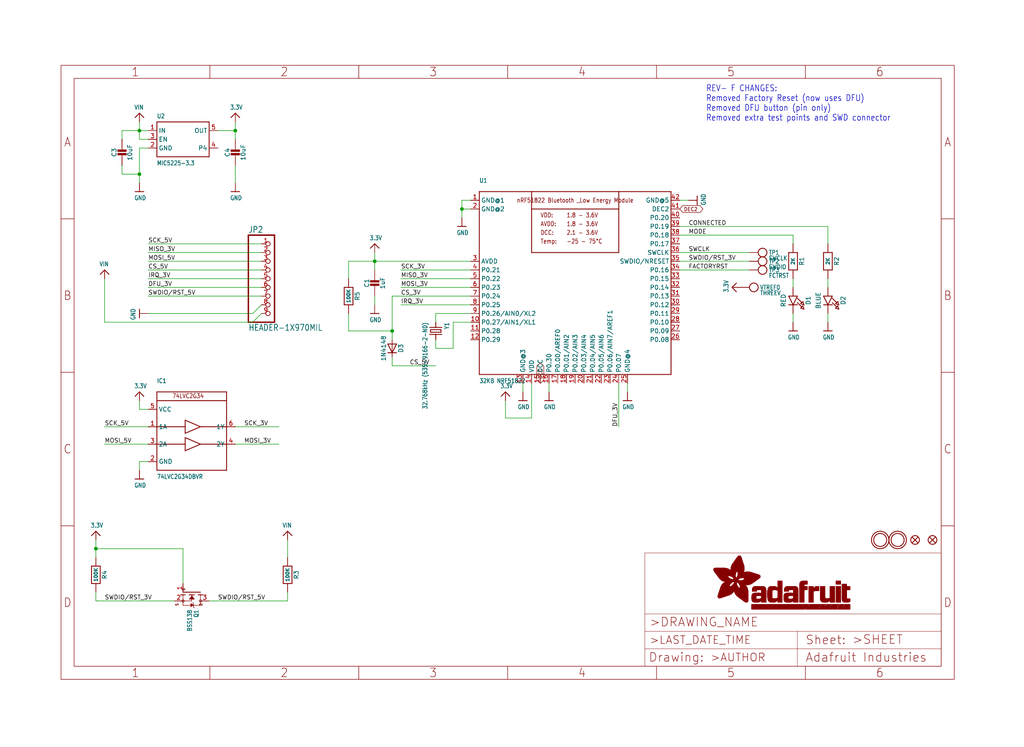
<source format=kicad_sch>
(kicad_sch (version 20211123) (generator eeschema)
  (paper "User" 298.45 217.881)
  (lib_symbols
    (symbol "eagleSchem-eagle-import:3.3V" (power)
      (property "Value" "3.3V" (at -1.524 1.016 0))
      (symbol "3.3V_1_0"
        (pin power_in line (at 0 -2.54 90) (length 2.54) (name "3.3V") (number "1"))
      )
    )
    (symbol "eagleSchem-eagle-import:74LVC2G34DBVR"
      (property "Reference" "IC" (at -7.62 15.24 0))
      (property "Value" "74LVC2G34DBVR" (at -7.62 -12.7 0))
      (symbol "74LVC2G34DBVR_1_0"
        (text "74LVC2G34" (at -3.175 10.795 0) (effects (font (size 1.27 1.0795)) (justify left bottom)))
        (pin input line (at -10.16 2.54 0) (length 2.54) (name "1A") (number "1"))
        (pin power_in line (at -10.16 -7.62 0) (length 2.54) (name "GND") (number "2"))
        (pin input line (at -10.16 -2.54 0) (length 2.54) (name "2A") (number "3"))
        (pin output line (at 15.24 -2.54 180) (length 2.54) (name "2Y") (number "4"))
        (pin power_in line (at -10.16 7.62 0) (length 2.54) (name "VCC") (number "5"))
        (pin output line (at 15.24 2.54 180) (length 2.54) (name "1Y") (number "6"))
      )
    )
    (symbol "eagleSchem-eagle-import:CAP_CERAMIC0805-NOOUTLINE"
      (property "Reference" "C" (at -2.29 1.25 90))
      (property "Value" "CAP_CERAMIC0805-NOOUTLINE" (at 2.3 1.25 90))
      (symbol "CAP_CERAMIC0805-NOOUTLINE_1_0"
        (pin passive line (at 0 5.08 270) (length 2.54) (name "1") (number "1"))
        (pin passive line (at 0 -2.54 90) (length 2.54) (name "2") (number "2"))
      )
    )
    (symbol "eagleSchem-eagle-import:CAP_CERAMIC0805_10MGAP"
      (property "Reference" "C" (at -2.29 1.25 90))
      (property "Value" "CAP_CERAMIC0805_10MGAP" (at 2.3 1.25 90))
      (symbol "CAP_CERAMIC0805_10MGAP_1_0"
        (pin passive line (at 0 5.08 270) (length 2.54) (name "1") (number "1"))
        (pin passive line (at 0 -2.54 90) (length 2.54) (name "2") (number "2"))
      )
    )
    (symbol "eagleSchem-eagle-import:CRYSTAL2.0X6.0_32.768"
      (property "Reference" "Y" (at -2.54 2.54 0))
      (property "Value" "CRYSTAL2.0X6.0_32.768" (at -2.54 -3.81 0))
      (symbol "CRYSTAL2.0X6.0_32.768_1_0"
        (pin passive line (at -2.54 0 0) (length 0) (name "1") (number "1"))
        (pin passive line (at 2.54 0 180) (length 0) (name "2") (number "2"))
      )
    )
    (symbol "eagleSchem-eagle-import:DIODESOD-323"
      (property "Reference" "D" (at 0 2.54 0))
      (property "Value" "DIODESOD-323" (at 0 -2.5 0))
      (symbol "DIODESOD-323_1_0"
        (pin passive line (at -2.54 0 0) (length 2.54) (name "A") (number "A"))
        (pin passive line (at 2.54 0 180) (length 2.54) (name "C") (number "C"))
      )
    )
    (symbol "eagleSchem-eagle-import:FIDUCIAL{dblquote}{dblquote}")
    (symbol "eagleSchem-eagle-import:FRAME_A4_ADAFRUIT"
      (symbol "FRAME_A4_ADAFRUIT_1_0"
        (text "1" (at 21.6958 1.905 0) (effects (font (size 2.54 2.286))))
        (text "1" (at 21.6958 177.165 0) (effects (font (size 2.54 2.286))))
        (text "2" (at 65.0875 1.905 0) (effects (font (size 2.54 2.286))))
        (text "2" (at 65.0875 177.165 0) (effects (font (size 2.54 2.286))))
        (text "3" (at 108.4792 1.905 0) (effects (font (size 2.54 2.286))))
        (text "3" (at 108.4792 177.165 0) (effects (font (size 2.54 2.286))))
        (text "4" (at 151.8708 1.905 0) (effects (font (size 2.54 2.286))))
        (text "4" (at 151.8708 177.165 0) (effects (font (size 2.54 2.286))))
        (text "5" (at 195.2625 1.905 0) (effects (font (size 2.54 2.286))))
        (text "5" (at 195.2625 177.165 0) (effects (font (size 2.54 2.286))))
        (text "6" (at 238.6542 1.905 0) (effects (font (size 2.54 2.286))))
        (text "6" (at 238.6542 177.165 0) (effects (font (size 2.54 2.286))))
        (text ">AUTHOR" (at 189.23 5.08 0) (effects (font (size 2.286 2.286)) (justify left bottom)))
        (text ">DRAWING_NAME" (at 171.45 15.24 0) (effects (font (size 2.54 2.54)) (justify left bottom)))
        (text ">LAST_DATE_TIME" (at 171.45 10.16 0) (effects (font (size 2.286 2.286)) (justify left bottom)))
        (text ">SHEET" (at 230.505 10.16 0) (effects (font (size 2.54 2.54)) (justify left bottom)))
        (text "A" (at 1.905 156.6863 0) (effects (font (size 2.54 2.286))))
        (text "A" (at 258.445 156.6863 0) (effects (font (size 2.54 2.286))))
        (text "Adafruit Industries" (at 216.916 4.953 0) (effects (font (size 2.54 2.54)) (justify left bottom)))
        (text "B" (at 1.905 111.9188 0) (effects (font (size 2.54 2.286))))
        (text "B" (at 258.445 111.9188 0) (effects (font (size 2.54 2.286))))
        (text "C" (at 1.905 67.1513 0) (effects (font (size 2.54 2.286))))
        (text "C" (at 258.445 67.1513 0) (effects (font (size 2.54 2.286))))
        (text "D" (at 1.905 22.3838 0) (effects (font (size 2.54 2.286))))
        (text "D" (at 258.445 22.3838 0) (effects (font (size 2.54 2.286))))
        (text "Drawing:" (at 171.196 4.953 0) (effects (font (size 2.54 2.54)) (justify left bottom)))
        (text "Sheet:" (at 216.916 10.033 0) (effects (font (size 2.54 2.54)) (justify left bottom)))
      )
    )
    (symbol "eagleSchem-eagle-import:GND" (power)
      (property "Value" "GND" (at -1.524 -2.54 0))
      (symbol "GND_1_0"
        (pin power_in line (at 0 2.54 270) (length 2.54) (name "GND") (number "1"))
      )
    )
    (symbol "eagleSchem-eagle-import:HEADER-1X970MIL"
      (property "Reference" "JP" (at -6.35 13.335 0))
      (property "Value" "HEADER-1X970MIL" (at -6.35 -15.24 0))
      (symbol "HEADER-1X970MIL_1_0"
        (pin passive inverted (at -2.54 10.16 0) (length 2.54) (name "1") (number "1"))
        (pin passive inverted (at -2.54 7.62 0) (length 2.54) (name "2") (number "2"))
        (pin passive inverted (at -2.54 5.08 0) (length 2.54) (name "3") (number "3"))
        (pin passive inverted (at -2.54 2.54 0) (length 2.54) (name "4") (number "4"))
        (pin passive inverted (at -2.54 0 0) (length 2.54) (name "5") (number "5"))
        (pin passive inverted (at -2.54 -2.54 0) (length 2.54) (name "6") (number "6"))
        (pin passive inverted (at -2.54 -5.08 0) (length 2.54) (name "7") (number "7"))
        (pin passive inverted (at -2.54 -7.62 0) (length 2.54) (name "8") (number "8"))
        (pin passive inverted (at -2.54 -10.16 0) (length 2.54) (name "9") (number "9"))
      )
    )
    (symbol "eagleSchem-eagle-import:LED0805_NOOUTLINE"
      (property "Reference" "D" (at -1.27 4.445 0))
      (property "Value" "LED0805_NOOUTLINE" (at -1.27 -2.794 0))
      (symbol "LED0805_NOOUTLINE_1_0"
        (pin passive line (at -5.08 0 0) (length 2.54) (name "A") (number "A"))
        (pin passive line (at 2.54 0 180) (length 2.54) (name "C") (number "C"))
      )
    )
    (symbol "eagleSchem-eagle-import:MOSFET-NWIDE"
      (property "Reference" "Q" (at 5.08 0.635 0))
      (property "Value" "MOSFET-NWIDE" (at 5.08 -1.27 0))
      (symbol "MOSFET-NWIDE_1_0"
        (text "D" (at 3.175 3.175 0) (effects (font (size 0.8128 0.6908)) (justify left bottom)))
        (text "G" (at -1.27 -1.905 0) (effects (font (size 0.8128 0.6908)) (justify left bottom)))
        (text "S" (at 3.175 -3.81 0) (effects (font (size 0.8128 0.6908)) (justify left bottom)))
        (pin bidirectional line (at -2.54 -2.54 0) (length 2.54) (name "G") (number "1"))
        (pin bidirectional line (at 2.54 -5.08 90) (length 2.54) (name "S") (number "2"))
        (pin bidirectional line (at 2.54 5.08 270) (length 2.54) (name "D") (number "3"))
      )
    )
    (symbol "eagleSchem-eagle-import:MOUNTINGHOLE2.5")
    (symbol "eagleSchem-eagle-import:NRF51822_MODULE_MDBT40"
      (property "Reference" "U" (at -27.94 27.94 0))
      (property "Value" "NRF51822_MODULE_MDBT40" (at -27.94 -30.48 0))
      (symbol "NRF51822_MODULE_MDBT40_1_0"
        (text "-25 - 75°C" (at -2.54 10.16 0) (effects (font (size 1.27 1.0795)) (justify left bottom)))
        (text "1.8 - 3.6V" (at -2.54 15.24 0) (effects (font (size 1.27 1.0795)) (justify left bottom)))
        (text "1.8 - 3.6V" (at -2.54 17.78 0) (effects (font (size 1.27 1.0795)) (justify left bottom)))
        (text "2.1 - 3.6V" (at -2.54 12.7 0) (effects (font (size 1.27 1.0795)) (justify left bottom)))
        (text "AVDD:" (at -10.16 15.24 0) (effects (font (size 1.27 1.0795)) (justify left bottom)))
        (text "DCC:" (at -10.16 12.7 0) (effects (font (size 1.27 1.0795)) (justify left bottom)))
        (text "nRF51822 Bluetooth _Low Energy Module" (at 0 22.86 0) (effects (font (size 1.27 1.0795))))
        (text "Temp:" (at -10.16 10.16 0) (effects (font (size 1.27 1.0795)) (justify left bottom)))
        (text "VDD:" (at -10.16 17.78 0) (effects (font (size 1.27 1.0795)) (justify left bottom)))
        (pin power_in line (at -30.48 22.86 0) (length 2.54) (name "GND@1") (number "1"))
        (pin bidirectional line (at -30.48 -12.7 0) (length 2.54) (name "P0.27/AIN1/XL1") (number "10"))
        (pin bidirectional line (at -30.48 -15.24 0) (length 2.54) (name "P0.28") (number "11"))
        (pin bidirectional line (at -30.48 -17.78 0) (length 2.54) (name "P0.29") (number "12"))
        (pin power_in line (at -15.24 -30.48 90) (length 2.54) (name "GND@3") (number "13"))
        (pin power_in line (at -12.7 -30.48 90) (length 2.54) (name "VDD") (number "14"))
        (pin power_in line (at -10.16 -30.48 90) (length 2.54) (name "DCC") (number "15"))
        (pin bidirectional line (at -7.62 -30.48 90) (length 2.54) (name "P0.30") (number "16"))
        (pin bidirectional line (at -5.08 -30.48 90) (length 2.54) (name "P0.00/AREF0") (number "17"))
        (pin bidirectional line (at -2.54 -30.48 90) (length 2.54) (name "P0.01/AIN2") (number "18"))
        (pin bidirectional line (at 0 -30.48 90) (length 2.54) (name "P0.02/AIN3") (number "19"))
        (pin power_in line (at -30.48 20.32 0) (length 2.54) (name "GND@2") (number "2"))
        (pin bidirectional line (at 2.54 -30.48 90) (length 2.54) (name "P0.03/AIN4") (number "20"))
        (pin bidirectional line (at 5.08 -30.48 90) (length 2.54) (name "P0.04/AIN5") (number "21"))
        (pin bidirectional line (at 7.62 -30.48 90) (length 2.54) (name "P0.05/AIN6") (number "22"))
        (pin bidirectional line (at 10.16 -30.48 90) (length 2.54) (name "P0.06/AIN7/AREF1") (number "23"))
        (pin bidirectional line (at 12.7 -30.48 90) (length 2.54) (name "P0.07") (number "24"))
        (pin power_in line (at 15.24 -30.48 90) (length 2.54) (name "GND@4") (number "25"))
        (pin bidirectional line (at 30.48 -17.78 180) (length 2.54) (name "P0.08") (number "26"))
        (pin bidirectional line (at 30.48 -15.24 180) (length 2.54) (name "P0.09") (number "27"))
        (pin bidirectional line (at 30.48 -12.7 180) (length 2.54) (name "P0.10") (number "28"))
        (pin bidirectional line (at 30.48 -10.16 180) (length 2.54) (name "P0.11") (number "29"))
        (pin power_in line (at -30.48 5.08 0) (length 2.54) (name "AVDD") (number "3"))
        (pin bidirectional line (at 30.48 -7.62 180) (length 2.54) (name "P0.12") (number "30"))
        (pin bidirectional line (at 30.48 -5.08 180) (length 2.54) (name "P0.13") (number "31"))
        (pin bidirectional line (at 30.48 -2.54 180) (length 2.54) (name "P0.14") (number "32"))
        (pin bidirectional line (at 30.48 0 180) (length 2.54) (name "P0.15") (number "33"))
        (pin bidirectional line (at 30.48 2.54 180) (length 2.54) (name "P0.16") (number "34"))
        (pin bidirectional line (at 30.48 5.08 180) (length 2.54) (name "SWDIO/NRESET") (number "35"))
        (pin bidirectional line (at 30.48 7.62 180) (length 2.54) (name "SWCLK") (number "36"))
        (pin bidirectional line (at 30.48 10.16 180) (length 2.54) (name "P0.17") (number "37"))
        (pin bidirectional line (at 30.48 12.7 180) (length 2.54) (name "P0.18") (number "38"))
        (pin bidirectional line (at 30.48 15.24 180) (length 2.54) (name "P0.19") (number "39"))
        (pin bidirectional line (at -30.48 2.54 0) (length 2.54) (name "P0.21") (number "4"))
        (pin bidirectional line (at 30.48 17.78 180) (length 2.54) (name "P0.20") (number "40"))
        (pin power_in line (at 30.48 20.32 180) (length 2.54) (name "DEC2") (number "41"))
        (pin power_in line (at 30.48 22.86 180) (length 2.54) (name "GND@5") (number "42"))
        (pin bidirectional line (at -30.48 0 0) (length 2.54) (name "P0.22") (number "5"))
        (pin bidirectional line (at -30.48 -2.54 0) (length 2.54) (name "P0.23") (number "6"))
        (pin bidirectional line (at -30.48 -5.08 0) (length 2.54) (name "P0.24") (number "7"))
        (pin bidirectional line (at -30.48 -7.62 0) (length 2.54) (name "P0.25") (number "8"))
        (pin bidirectional line (at -30.48 -10.16 0) (length 2.54) (name "P0.26/AIN0/XL2") (number "9"))
      )
    )
    (symbol "eagleSchem-eagle-import:RESISTOR0805_NOOUTLINE"
      (property "Reference" "R" (at 0 2.54 0))
      (property "Value" "RESISTOR0805_NOOUTLINE" (at 0 0 0))
      (symbol "RESISTOR0805_NOOUTLINE_1_0"
        (pin passive line (at -5.08 0 0) (length 2.54) (name "1") (number "1"))
        (pin passive line (at 5.08 0 180) (length 2.54) (name "2") (number "2"))
      )
    )
    (symbol "eagleSchem-eagle-import:RESISTOR_0805MP"
      (property "Reference" "R" (at 0 2.54 0))
      (property "Value" "RESISTOR_0805MP" (at 0 0 0))
      (symbol "RESISTOR_0805MP_1_0"
        (pin passive line (at -5.08 0 0) (length 2.54) (name "1") (number "1"))
        (pin passive line (at 5.08 0 180) (length 2.54) (name "2") (number "2"))
      )
    )
    (symbol "eagleSchem-eagle-import:TESTPOINT1.5X2.0MM_NOCREAM"
      (property "Reference" "TP" (at 0 5.588 90))
      (property "Value" "TESTPOINT1.5X2.0MM_NOCREAM" (at 1.651 5.588 90))
      (symbol "TESTPOINT1.5X2.0MM_NOCREAM_1_0"
        (pin bidirectional line (at 0 0 90) (length 2.54) (name "P$1") (number "P$1"))
      )
    )
    (symbol "eagleSchem-eagle-import:VIN" (power)
      (property "Value" "VIN" (at -1.524 1.016 0))
      (symbol "VIN_1_0"
        (pin power_in line (at 0 -2.54 90) (length 2.54) (name "VIN") (number "1"))
      )
    )
    (symbol "eagleSchem-eagle-import:VREG_SOT23-5"
      (property "Reference" "U" (at -7.62 6.096 0))
      (property "Value" "VREG_SOT23-5" (at -7.62 -7.62 0))
      (symbol "VREG_SOT23-5_1_0"
        (pin power_in line (at -10.16 2.54 0) (length 2.54) (name "IN") (number "1"))
        (pin power_in line (at -10.16 -2.54 0) (length 2.54) (name "GND") (number "2"))
        (pin input line (at -10.16 0 0) (length 2.54) (name "EN") (number "3"))
        (pin bidirectional line (at 10.16 -2.54 180) (length 2.54) (name "P4") (number "4"))
        (pin power_in line (at 10.16 2.54 180) (length 2.54) (name "OUT") (number "5"))
      )
    )
  )
  (junction (at 27.94 160.02))
  (junction (at 40.64 38.1))
  (junction (at 40.64 50.8))
  (junction (at 109.22 76.2))
  (junction (at 68.58 38.1))
  (junction (at 134.62 60.96))
  (junction (at 114.3 96.52))
  (wire (pts (xy 241.3 91.44) (xy 241.3 93.98)))
  (wire (pts (xy 127 99.06) (xy 127 101.6)))
  (wire (pts (xy 241.3 81.28) (xy 241.3 83.82)))
  (wire (pts (xy 43.18 71.12) (xy 76.2 71.12)))
  (wire (pts (xy 147.32 121.92) (xy 147.32 116.84)))
  (wire (pts (xy 83.82 162.56) (xy 83.82 157.48)))
  (wire (pts (xy 198.12 78.74) (xy 218.44 78.74)))
  (wire (pts (xy 68.58 38.1) (xy 68.58 40.64)))
  (wire (pts (xy 154.94 111.76) (xy 154.94 121.92)))
  (wire (pts (xy 180.34 111.76) (xy 180.34 124.46)))
  (wire (pts (xy 231.14 68.58) (xy 231.14 71.12)))
  (wire (pts (xy 114.3 106.68) (xy 127 106.68)))
  (wire (pts (xy 43.18 134.62) (xy 40.64 134.62)))
  (wire (pts (xy 68.58 129.54) (xy 81.28 129.54)))
  (wire (pts (xy 132.08 93.98) (xy 137.16 93.98)))
  (wire (pts (xy 53.34 160.02) (xy 27.94 160.02)))
  (wire (pts (xy 231.14 81.28) (xy 231.14 83.82)))
  (wire (pts (xy 40.64 50.8) (xy 35.56 50.8)))
  (wire (pts (xy 73.66 91.44) (xy 76.2 88.9)))
  (wire (pts (xy 101.6 96.52) (xy 114.3 96.52)))
  (wire (pts (xy 101.6 91.44) (xy 101.6 96.52)))
  (wire (pts (xy 109.22 86.36) (xy 109.22 88.9)))
  (wire (pts (xy 40.64 38.1) (xy 40.64 35.56)))
  (wire (pts (xy 198.12 68.58) (xy 231.14 68.58)))
  (wire (pts (xy 27.94 175.26) (xy 27.94 172.72)))
  (wire (pts (xy 198.12 58.42) (xy 200.66 58.42)))
  (wire (pts (xy 35.56 50.8) (xy 35.56 48.26)))
  (wire (pts (xy 116.84 81.28) (xy 137.16 81.28)))
  (wire (pts (xy 43.18 73.66) (xy 76.2 73.66)))
  (wire (pts (xy 43.18 86.36) (xy 76.2 86.36)))
  (wire (pts (xy 30.48 129.54) (xy 43.18 129.54)))
  (wire (pts (xy 116.84 83.82) (xy 137.16 83.82)))
  (wire (pts (xy 27.94 160.02) (xy 27.94 157.48)))
  (wire (pts (xy 127 101.6) (xy 132.08 101.6)))
  (wire (pts (xy 68.58 38.1) (xy 68.58 35.56)))
  (wire (pts (xy 160.02 111.76) (xy 160.02 114.3)))
  (wire (pts (xy 63.5 38.1) (xy 68.58 38.1)))
  (wire (pts (xy 43.18 81.28) (xy 76.2 81.28)))
  (wire (pts (xy 137.16 91.44) (xy 127 91.44)))
  (wire (pts (xy 30.48 93.98) (xy 30.48 81.28)))
  (wire (pts (xy 116.84 88.9) (xy 137.16 88.9)))
  (wire (pts (xy 198.12 76.2) (xy 218.44 76.2)))
  (wire (pts (xy 114.3 86.36) (xy 137.16 86.36)))
  (wire (pts (xy 30.48 124.46) (xy 43.18 124.46)))
  (wire (pts (xy 40.64 134.62) (xy 40.64 137.16)))
  (wire (pts (xy 114.3 86.36) (xy 114.3 96.52)))
  (wire (pts (xy 132.08 101.6) (xy 132.08 93.98)))
  (wire (pts (xy 68.58 48.26) (xy 68.58 53.34)))
  (wire (pts (xy 231.14 91.44) (xy 231.14 93.98)))
  (wire (pts (xy 154.94 121.92) (xy 147.32 121.92)))
  (wire (pts (xy 27.94 162.56) (xy 27.94 160.02)))
  (wire (pts (xy 43.18 76.2) (xy 76.2 76.2)))
  (wire (pts (xy 43.18 119.38) (xy 40.64 119.38)))
  (wire (pts (xy 198.12 73.66) (xy 218.44 73.66)))
  (wire (pts (xy 53.34 170.18) (xy 53.34 160.02)))
  (wire (pts (xy 127 91.44) (xy 127 93.98)))
  (wire (pts (xy 40.64 43.18) (xy 40.64 50.8)))
  (wire (pts (xy 43.18 78.74) (xy 76.2 78.74)))
  (wire (pts (xy 137.16 60.96) (xy 134.62 60.96)))
  (wire (pts (xy 43.18 38.1) (xy 40.64 38.1)))
  (wire (pts (xy 109.22 76.2) (xy 101.6 76.2)))
  (wire (pts (xy 109.22 76.2) (xy 109.22 78.74)))
  (wire (pts (xy 40.64 119.38) (xy 40.64 116.84)))
  (wire (pts (xy 40.64 40.64) (xy 40.64 38.1)))
  (wire (pts (xy 101.6 76.2) (xy 101.6 81.28)))
  (wire (pts (xy 134.62 58.42) (xy 134.62 60.96)))
  (wire (pts (xy 109.22 76.2) (xy 109.22 73.66)))
  (wire (pts (xy 241.3 66.04) (xy 241.3 71.12)))
  (wire (pts (xy 73.66 93.98) (xy 30.48 93.98)))
  (wire (pts (xy 137.16 76.2) (xy 109.22 76.2)))
  (wire (pts (xy 134.62 60.96) (xy 134.62 63.5)))
  (wire (pts (xy 40.64 50.8) (xy 40.64 53.34)))
  (wire (pts (xy 76.2 83.82) (xy 43.18 83.82)))
  (wire (pts (xy 114.3 96.52) (xy 114.3 99.06)))
  (wire (pts (xy 68.58 124.46) (xy 81.28 124.46)))
  (wire (pts (xy 27.94 175.26) (xy 50.8 175.26)))
  (wire (pts (xy 40.64 38.1) (xy 35.56 38.1)))
  (wire (pts (xy 116.84 78.74) (xy 137.16 78.74)))
  (wire (pts (xy 198.12 66.04) (xy 241.3 66.04)))
  (wire (pts (xy 43.18 91.44) (xy 73.66 91.44)))
  (wire (pts (xy 182.88 111.76) (xy 182.88 114.3)))
  (wire (pts (xy 152.4 111.76) (xy 152.4 114.3)))
  (wire (pts (xy 43.18 43.18) (xy 40.64 43.18)))
  (wire (pts (xy 35.56 38.1) (xy 35.56 40.64)))
  (wire (pts (xy 83.82 172.72) (xy 83.82 175.26)))
  (wire (pts (xy 43.18 40.64) (xy 40.64 40.64)))
  (wire (pts (xy 60.96 175.26) (xy 83.82 175.26)))
  (wire (pts (xy 137.16 58.42) (xy 134.62 58.42)))
  (wire (pts (xy 114.3 106.68) (xy 114.3 104.14)))
  (wire (pts (xy 73.66 93.98) (xy 76.2 91.44)))
  (text "REV- F CHANGES:\nRemoved Factory Reset (now uses DFU)\nRemoved DFU button (pin only)\nRemoved extra test points and SWD connector" (at 205.74 35.56 180) (effects (font (size 1.778 1.5113)) (justify left bottom)))
  (label "SCK_5V" (at 43.18 71.12 0) (effects (font (size 1.2446 1.2446))))
  (label "FACTORYRST" (at 200.66 78.74 0) (effects (font (size 1.2446 1.2446))))
  (label "MOSI_5V" (at 30.48 129.54 0) (effects (font (size 1.2446 1.2446))))
  (label "MOSI_5V" (at 43.18 76.2 0) (effects (font (size 1.2446 1.2446))))
  (label "IRQ_3V" (at 43.18 81.28 0) (effects (font (size 1.2446 1.2446))))
  (label "MODE" (at 200.66 68.58 0) (effects (font (size 1.2446 1.2446))))
  (label "MISO_3V" (at 116.84 81.28 0) (effects (font (size 1.2446 1.2446))))
  (label "DFU_3V" (at 180.34 124.46 90) (effects (font (size 1.2446 1.2446))))
  (label "SWDIO/RST_3V" (at 200.66 76.2 0) (effects (font (size 1.2446 1.2446))))
  (label "SCK_3V" (at 71.12 124.46 0) (effects (font (size 1.2446 1.2446))))
  (label "SWCLK" (at 200.66 73.66 0) (effects (font (size 1.2446 1.2446))))
  (label "CS_5V" (at 119.38 106.68 0) (effects (font (size 1.2446 1.2446))))
  (label "IRQ_3V" (at 116.84 88.9 0) (effects (font (size 1.2446 1.2446))))
  (label "SWDIO/RST_5V" (at 63.5 175.26 0) (effects (font (size 1.2446 1.2446))))
  (label "SCK_5V" (at 30.48 124.46 0) (effects (font (size 1.2446 1.2446))))
  (label "MOSI_3V" (at 71.12 129.54 0) (effects (font (size 1.2446 1.2446))))
  (label "MISO_3V" (at 43.18 73.66 0) (effects (font (size 1.2446 1.2446))))
  (label "MOSI_3V" (at 116.84 83.82 0) (effects (font (size 1.2446 1.2446))))
  (label "DFU_3V" (at 43.18 83.82 0) (effects (font (size 1.2446 1.2446))))
  (label "CS_3V" (at 116.84 86.36 0) (effects (font (size 1.2446 1.2446))))
  (label "SCK_3V" (at 116.84 78.74 0) (effects (font (size 1.2446 1.2446))))
  (label "SWDIO/RST_5V" (at 43.18 86.36 0) (effects (font (size 1.2446 1.2446))))
  (label "CS_5V" (at 43.18 78.74 0) (effects (font (size 1.2446 1.2446))))
  (label "SWDIO/RST_3V" (at 30.48 175.26 0) (effects (font (size 1.2446 1.2446))))
  (label "CONNECTED" (at 200.66 66.04 0) (effects (font (size 1.2446 1.2446))))
  (global_label "DCC" (shape bidirectional) (at 157.48 111.76 90) (effects (font (size 1.016 1.016))) (property "Intersheet References" "${INTERSHEET_REFS}" (effects hide)))
  (global_label "DEC2" (shape bidirectional) (at 198.12 60.96 0) (effects (font (size 1.016 1.016))) (property "Intersheet References" "${INTERSHEET_REFS}" (effects hide)))
  (symbol (lib_id "eagleSchem-eagle-import:RESISTOR_0805MP") (at 241.3 76.2 270) (unit 1)
    (property "Reference" "R2" (at 243.84 76.2 0))
    (property "Value" "2K" (at 241.3 76.2 0) (effects (font (size 1.016 1.016) bold)))
    (property "Footprint" "eagleSchem:_0805MP" (effects hide))
  )
  (symbol (lib_id "eagleSchem-eagle-import:GND") (at 109.22 91.44 0) (unit 1)
    (property "Reference" "#U$15" (effects hide))
    (property "Value" "GND" (at 107.696 93.98 0) (effects (font (size 1.27 1.0795)) (justify left bottom)))
    (property "Footprint" "eagleSchem:" (effects hide))
  )
  (symbol (lib_id "eagleSchem-eagle-import:FIDUCIAL{dblquote}{dblquote}") (at 266.7 157.48 0) (unit 1)
    (property "Reference" "FID3" (effects hide))
    (property "Value" "FIDUCIAL{dblquote}{dblquote}" (effects hide))
    (property "Footprint" "eagleSchem:FIDUCIAL_1MM" (effects hide))
  )
  (symbol (lib_id "eagleSchem-eagle-import:3.3V") (at 213.36 83.82 90) (unit 1)
    (property "Reference" "#U$4" (effects hide))
    (property "Value" "3.3V" (at 212.344 85.344 0) (effects (font (size 1.27 1.0795)) (justify left bottom)))
    (property "Footprint" "eagleSchem:" (effects hide))
  )
  (symbol (lib_id "eagleSchem-eagle-import:VREG_SOT23-5") (at 53.34 40.64 0) (unit 1)
    (property "Reference" "U2" (at 45.72 34.544 0) (effects (font (size 1.27 1.0795)) (justify left bottom)))
    (property "Value" "MIC5225-3.3" (at 45.72 48.26 0) (effects (font (size 1.27 1.0795)) (justify left bottom)))
    (property "Footprint" "eagleSchem:SOT23-5" (effects hide))
  )
  (symbol (lib_id "eagleSchem-eagle-import:3.3V") (at 27.94 154.94 0) (unit 1)
    (property "Reference" "#U$31" (effects hide))
    (property "Value" "3.3V" (at 26.416 153.924 0) (effects (font (size 1.27 1.0795)) (justify left bottom)))
    (property "Footprint" "eagleSchem:" (effects hide))
  )
  (symbol (lib_id "eagleSchem-eagle-import:HEADER-1X970MIL") (at 78.74 81.28 0) (unit 1)
    (property "Reference" "JP2" (at 72.39 67.945 0) (effects (font (size 1.778 1.5113)) (justify left bottom)))
    (property "Value" "HEADER-1X970MIL" (at 72.39 96.52 0) (effects (font (size 1.778 1.5113)) (justify left bottom)))
    (property "Footprint" "eagleSchem:1X09_ROUND_70" (effects hide))
  )
  (symbol (lib_id "eagleSchem-eagle-import:GND") (at 182.88 116.84 0) (unit 1)
    (property "Reference" "#U$10" (effects hide))
    (property "Value" "GND" (at 181.356 119.38 0) (effects (font (size 1.27 1.0795)) (justify left bottom)))
    (property "Footprint" "eagleSchem:" (effects hide))
  )
  (symbol (lib_id "eagleSchem-eagle-import:TESTPOINT1.5X2.0MM_NOCREAM") (at 218.44 73.66 270) (unit 1)
    (property "Reference" "TP1" (at 224.028 73.66 90) (effects (font (size 1.27 1.0795)) (justify left)))
    (property "Value" "SWCLK" (at 224.028 75.311 90) (effects (font (size 1.27 1.0795)) (justify left)))
    (property "Footprint" "eagleSchem:PAD-1.5X2.0" (effects hide))
  )
  (symbol (lib_id "eagleSchem-eagle-import:GND") (at 160.02 116.84 0) (unit 1)
    (property "Reference" "#U$8" (effects hide))
    (property "Value" "GND" (at 158.496 119.38 0) (effects (font (size 1.27 1.0795)) (justify left bottom)))
    (property "Footprint" "eagleSchem:" (effects hide))
  )
  (symbol (lib_id "eagleSchem-eagle-import:RESISTOR_0805MP") (at 101.6 86.36 270) (unit 1)
    (property "Reference" "R5" (at 104.14 86.36 0))
    (property "Value" "100K" (at 101.6 86.36 0) (effects (font (size 1.016 1.016) bold)))
    (property "Footprint" "eagleSchem:_0805MP" (effects hide))
  )
  (symbol (lib_id "eagleSchem-eagle-import:CAP_CERAMIC0805-NOOUTLINE") (at 35.56 45.72 0) (unit 1)
    (property "Reference" "C3" (at 33.27 44.47 90))
    (property "Value" "10uF" (at 37.86 44.47 90))
    (property "Footprint" "eagleSchem:0805-NO" (effects hide))
  )
  (symbol (lib_id "eagleSchem-eagle-import:MOUNTINGHOLE2.5") (at 261.62 157.48 0) (unit 1)
    (property "Reference" "U$28" (effects hide))
    (property "Value" "MOUNTINGHOLE2.5" (effects hide))
    (property "Footprint" "eagleSchem:MOUNTINGHOLE_2.5_PLATED" (effects hide))
  )
  (symbol (lib_id "eagleSchem-eagle-import:TESTPOINT1.5X2.0MM_NOCREAM") (at 218.44 76.2 270) (unit 1)
    (property "Reference" "TP2" (at 224.028 76.2 90) (effects (font (size 1.27 1.0795)) (justify left)))
    (property "Value" "SWDIO" (at 224.028 77.851 90) (effects (font (size 1.27 1.0795)) (justify left)))
    (property "Footprint" "eagleSchem:PAD-1.5X2.0" (effects hide))
  )
  (symbol (lib_id "eagleSchem-eagle-import:GND") (at 68.58 55.88 0) (unit 1)
    (property "Reference" "#U$21" (effects hide))
    (property "Value" "GND" (at 67.056 58.42 0) (effects (font (size 1.27 1.0795)) (justify left bottom)))
    (property "Footprint" "eagleSchem:" (effects hide))
  )
  (symbol (lib_id "eagleSchem-eagle-import:FIDUCIAL{dblquote}{dblquote}") (at 271.78 157.48 0) (unit 1)
    (property "Reference" "FID1" (effects hide))
    (property "Value" "FIDUCIAL{dblquote}{dblquote}" (effects hide))
    (property "Footprint" "eagleSchem:FIDUCIAL_1MM" (effects hide))
  )
  (symbol (lib_id "eagleSchem-eagle-import:RESISTOR_0805MP") (at 231.14 76.2 270) (unit 1)
    (property "Reference" "R1" (at 233.68 76.2 0))
    (property "Value" "2K" (at 231.14 76.2 0) (effects (font (size 1.016 1.016) bold)))
    (property "Footprint" "eagleSchem:_0805MP" (effects hide))
  )
  (symbol (lib_id "eagleSchem-eagle-import:CAP_CERAMIC0805_10MGAP") (at 109.22 83.82 0) (unit 1)
    (property "Reference" "C1" (at 106.93 82.57 90))
    (property "Value" "1uF" (at 111.52 82.57 90))
    (property "Footprint" "eagleSchem:0805_10MGAP" (effects hide))
  )
  (symbol (lib_id "eagleSchem-eagle-import:VIN") (at 83.82 154.94 0) (unit 1)
    (property "Reference" "#U$32" (effects hide))
    (property "Value" "VIN" (at 82.296 153.924 0) (effects (font (size 1.27 1.0795)) (justify left bottom)))
    (property "Footprint" "eagleSchem:" (effects hide))
  )
  (symbol (lib_id "eagleSchem-eagle-import:MOSFET-NWIDE") (at 55.88 172.72 270) (unit 1)
    (property "Reference" "Q1" (at 56.515 177.8 0) (effects (font (size 1.27 1.0795)) (justify left bottom)))
    (property "Value" "BSS138" (at 54.61 177.8 0) (effects (font (size 1.27 1.0795)) (justify left bottom)))
    (property "Footprint" "eagleSchem:SOT23-WIDE@1" (effects hide))
  )
  (symbol (lib_id "eagleSchem-eagle-import:CAP_CERAMIC0805_10MGAP") (at 68.58 45.72 0) (unit 1)
    (property "Reference" "C4" (at 66.29 44.47 90))
    (property "Value" "10uF" (at 70.88 44.47 90))
    (property "Footprint" "eagleSchem:0805_10MGAP" (effects hide))
  )
  (symbol (lib_id "eagleSchem-eagle-import:GND") (at 40.64 55.88 0) (unit 1)
    (property "Reference" "#U$20" (effects hide))
    (property "Value" "GND" (at 39.116 58.42 0) (effects (font (size 1.27 1.0795)) (justify left bottom)))
    (property "Footprint" "eagleSchem:" (effects hide))
  )
  (symbol (lib_id "eagleSchem-eagle-import:VIN") (at 40.64 33.02 0) (unit 1)
    (property "Reference" "#U$19" (effects hide))
    (property "Value" "VIN" (at 39.116 32.004 0) (effects (font (size 1.27 1.0795)) (justify left bottom)))
    (property "Footprint" "eagleSchem:" (effects hide))
  )
  (symbol (lib_id "eagleSchem-eagle-import:LED0805_NOOUTLINE") (at 241.3 88.9 270) (unit 1)
    (property "Reference" "D2" (at 245.745 87.63 0))
    (property "Value" "BLUE" (at 238.506 87.63 0))
    (property "Footprint" "eagleSchem:CHIPLED_0805_NOOUTLINE" (effects hide))
  )
  (symbol (lib_id "eagleSchem-eagle-import:TESTPOINT1.5X2.0MM_NOCREAM") (at 215.9 83.82 270) (unit 1)
    (property "Reference" "VTREF0" (at 221.488 83.82 90) (effects (font (size 1.27 1.0795)) (justify left)))
    (property "Value" "THREEV" (at 221.488 85.471 90) (effects (font (size 1.27 1.0795)) (justify left)))
    (property "Footprint" "eagleSchem:PAD-1.5X2.0" (effects hide))
  )
  (symbol (lib_id "eagleSchem-eagle-import:FRAME_A4_ADAFRUIT") (at 17.78 198.12 0) (unit 1)
    (property "Reference" "#U$1" (effects hide))
    (property "Value" "FRAME_A4_ADAFRUIT" (effects hide))
    (property "Footprint" "eagleSchem:" (effects hide))
  )
  (symbol (lib_id "eagleSchem-eagle-import:LED0805_NOOUTLINE") (at 231.14 88.9 270) (unit 1)
    (property "Reference" "D1" (at 235.585 87.63 0))
    (property "Value" "RED" (at 228.346 87.63 0))
    (property "Footprint" "eagleSchem:CHIPLED_0805_NOOUTLINE" (effects hide))
  )
  (symbol (lib_id "eagleSchem-eagle-import:GND") (at 40.64 91.44 270) (unit 1)
    (property "Reference" "#U$2" (effects hide))
    (property "Value" "GND" (at 38.1 89.916 0) (effects (font (size 1.27 1.0795)) (justify left bottom)))
    (property "Footprint" "eagleSchem:" (effects hide))
  )
  (symbol (lib_id "eagleSchem-eagle-import:3.3V") (at 109.22 71.12 0) (unit 1)
    (property "Reference" "#U$16" (effects hide))
    (property "Value" "3.3V" (at 107.696 70.104 0) (effects (font (size 1.27 1.0795)) (justify left bottom)))
    (property "Footprint" "eagleSchem:" (effects hide))
  )
  (symbol (lib_id "eagleSchem-eagle-import:GND") (at 152.4 116.84 0) (unit 1)
    (property "Reference" "#U$11" (effects hide))
    (property "Value" "GND" (at 150.876 119.38 0) (effects (font (size 1.27 1.0795)) (justify left bottom)))
    (property "Footprint" "eagleSchem:" (effects hide))
  )
  (symbol (lib_id "eagleSchem-eagle-import:DIODESOD-323") (at 114.3 101.6 270) (unit 1)
    (property "Reference" "D3" (at 116.84 101.6 0))
    (property "Value" "1N4148" (at 111.8 101.6 0))
    (property "Footprint" "eagleSchem:SOD-323" (effects hide))
  )
  (symbol (lib_id "eagleSchem-eagle-import:GND") (at 134.62 66.04 0) (unit 1)
    (property "Reference" "#U$12" (effects hide))
    (property "Value" "GND" (at 133.096 68.58 0) (effects (font (size 1.27 1.0795)) (justify left bottom)))
    (property "Footprint" "eagleSchem:" (effects hide))
  )
  (symbol (lib_id "eagleSchem-eagle-import:RESISTOR0805_NOOUTLINE") (at 27.94 167.64 270) (unit 1)
    (property "Reference" "R4" (at 30.48 167.64 0))
    (property "Value" "100K" (at 27.94 167.64 0) (effects (font (size 1.016 1.016) bold)))
    (property "Footprint" "eagleSchem:0805-NO" (effects hide))
  )
  (symbol (lib_id "eagleSchem-eagle-import:GND") (at 203.2 58.42 90) (unit 1)
    (property "Reference" "#U$13" (effects hide))
    (property "Value" "GND" (at 205.74 59.944 0) (effects (font (size 1.27 1.0795)) (justify left bottom)))
    (property "Footprint" "eagleSchem:" (effects hide))
  )
  (symbol (lib_id "eagleSchem-eagle-import:MOUNTINGHOLE2.5") (at 256.54 157.48 0) (unit 1)
    (property "Reference" "U$29" (effects hide))
    (property "Value" "MOUNTINGHOLE2.5" (effects hide))
    (property "Footprint" "eagleSchem:MOUNTINGHOLE_2.5_PLATED" (effects hide))
  )
  (symbol (lib_id "eagleSchem-eagle-import:CRYSTAL2.0X6.0_32.768") (at 127 96.52 270) (unit 1)
    (property "Reference" "Y1" (at 129.54 93.98 0) (effects (font (size 1.27 1.0795)) (justify left bottom)))
    (property "Value" "32.768kHz (535-9166-2-ND)" (at 123.19 93.98 0) (effects (font (size 1.27 1.0795)) (justify left bottom)))
    (property "Footprint" "eagleSchem:CRYSTAL_CYL_2X6MM_SMT" (effects hide))
  )
  (symbol (lib_id "eagleSchem-eagle-import:TESTPOINT1.5X2.0MM_NOCREAM") (at 218.44 78.74 270) (unit 1)
    (property "Reference" "TP3" (at 224.028 78.74 90) (effects (font (size 1.27 1.0795)) (justify left)))
    (property "Value" "FCTRST" (at 224.028 80.391 90) (effects (font (size 1.27 1.0795)) (justify left)))
    (property "Footprint" "eagleSchem:PAD-1.5X2.0" (effects hide))
  )
  (symbol (lib_id "eagleSchem-eagle-import:RESISTOR0805_NOOUTLINE") (at 83.82 167.64 270) (unit 1)
    (property "Reference" "R3" (at 86.36 167.64 0))
    (property "Value" "100K" (at 83.82 167.64 0) (effects (font (size 1.016 1.016) bold)))
    (property "Footprint" "eagleSchem:0805-NO" (effects hide))
  )
  (symbol (lib_id "eagleSchem-eagle-import:3.3V") (at 147.32 114.3 0) (unit 1)
    (property "Reference" "#U$14" (effects hide))
    (property "Value" "3.3V" (at 145.796 113.284 0) (effects (font (size 1.27 1.0795)) (justify left bottom)))
    (property "Footprint" "eagleSchem:" (effects hide))
  )
  (symbol (lib_id "eagleSchem-eagle-import:GND") (at 231.14 96.52 0) (unit 1)
    (property "Reference" "#U$6" (effects hide))
    (property "Value" "GND" (at 229.616 99.06 0) (effects (font (size 1.27 1.0795)) (justify left bottom)))
    (property "Footprint" "eagleSchem:" (effects hide))
  )
  (symbol (lib_id "eagleSchem-eagle-import:3.3V") (at 68.58 33.02 0) (unit 1)
    (property "Reference" "#U$22" (effects hide))
    (property "Value" "3.3V" (at 67.056 32.004 0) (effects (font (size 1.27 1.0795)) (justify left bottom)))
    (property "Footprint" "eagleSchem:" (effects hide))
  )
  (symbol (lib_id "eagleSchem-eagle-import:GND") (at 40.64 139.7 0) (unit 1)
    (property "Reference" "#U$34" (effects hide))
    (property "Value" "GND" (at 39.116 142.24 0) (effects (font (size 1.27 1.0795)) (justify left bottom)))
    (property "Footprint" "eagleSchem:" (effects hide))
  )
  (symbol (lib_id "eagleSchem-eagle-import:3.3V") (at 40.64 114.3 0) (unit 1)
    (property "Reference" "#U$33" (effects hide))
    (property "Value" "3.3V" (at 39.116 113.284 0) (effects (font (size 1.27 1.0795)) (justify left bottom)))
    (property "Footprint" "eagleSchem:" (effects hide))
  )
  (symbol (lib_id "eagleSchem-eagle-import:GND") (at 241.3 96.52 0) (unit 1)
    (property "Reference" "#U$7" (effects hide))
    (property "Value" "GND" (at 239.776 99.06 0) (effects (font (size 1.27 1.0795)) (justify left bottom)))
    (property "Footprint" "eagleSchem:" (effects hide))
  )
  (symbol (lib_id "eagleSchem-eagle-import:74LVC2G34DBVR") (at 53.34 127 0) (unit 1)
    (property "Reference" "IC1" (at 45.72 111.76 0) (effects (font (size 1.27 1.0795)) (justify left bottom)))
    (property "Value" "74LVC2G34DBVR" (at 45.72 139.7 0) (effects (font (size 1.27 1.0795)) (justify left bottom)))
    (property "Footprint" "eagleSchem:SOT23-6" (effects hide))
  )
  (symbol (lib_id "eagleSchem-eagle-import:NRF51822_MODULE_MDBT40") (at 167.64 81.28 0) (unit 1)
    (property "Reference" "U1" (at 139.7 53.34 0) (effects (font (size 1.27 1.0795)) (justify left bottom)))
    (property "Value" "32KB NRF51822" (at 139.7 111.76 0) (effects (font (size 1.27 1.0795)) (justify left bottom)))
    (property "Footprint" "eagleSchem:BLE_MODULE_RAYTAC_MDBT40" (effects hide))
  )
  (symbol (lib_id "eagleSchem-eagle-import:VIN") (at 30.48 78.74 0) (unit 1)
    (property "Reference" "#U$5" (effects hide))
    (property "Value" "VIN" (at 28.956 77.724 0) (effects (font (size 1.27 1.0795)) (justify left bottom)))
    (property "Footprint" "eagleSchem:" (effects hide))
  )
)
</source>
